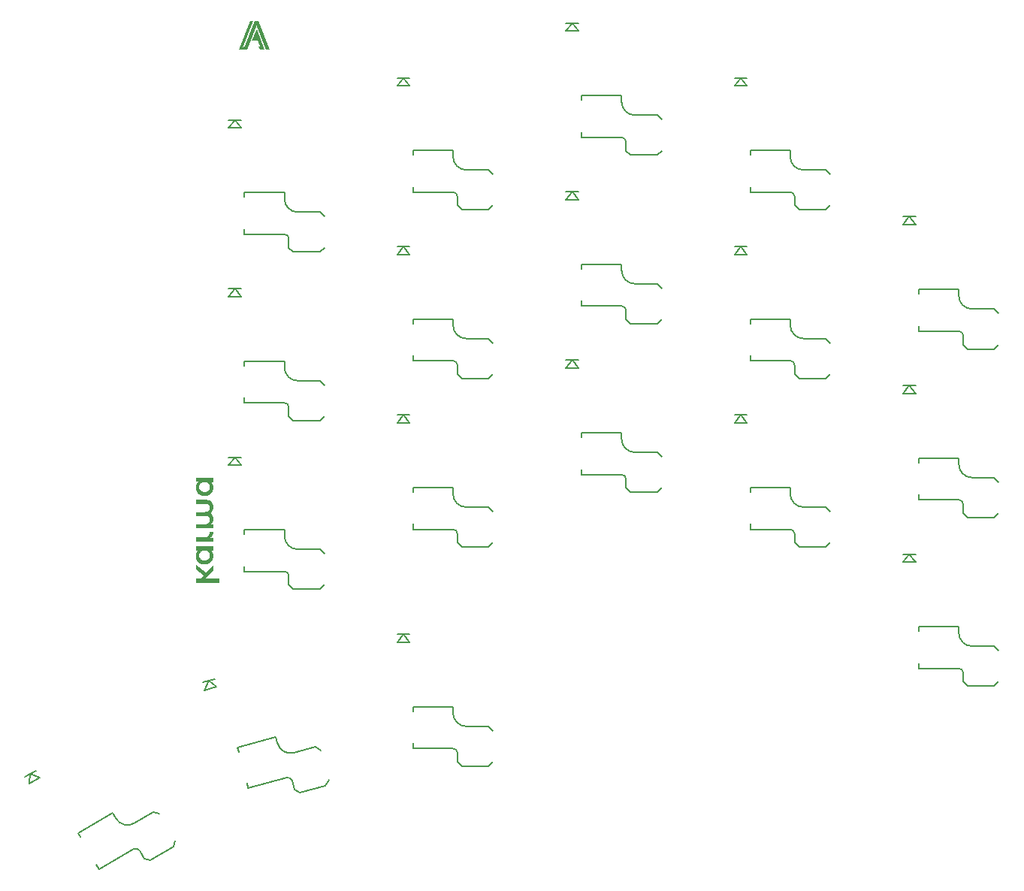
<source format=gbr>
%TF.GenerationSoftware,KiCad,Pcbnew,7.0.1*%
%TF.CreationDate,2024-02-26T07:23:15-05:00*%
%TF.ProjectId,pcb-right,7063622d-7269-4676-9874-2e6b69636164,0.3*%
%TF.SameCoordinates,Original*%
%TF.FileFunction,Legend,Bot*%
%TF.FilePolarity,Positive*%
%FSLAX46Y46*%
G04 Gerber Fmt 4.6, Leading zero omitted, Abs format (unit mm)*
G04 Created by KiCad (PCBNEW 7.0.1) date 2024-02-26 07:23:15*
%MOMM*%
%LPD*%
G01*
G04 APERTURE LIST*
G04 Aperture macros list*
%AMRotRect*
0 Rectangle, with rotation*
0 The origin of the aperture is its center*
0 $1 length*
0 $2 width*
0 $3 Rotation angle, in degrees counterclockwise*
0 Add horizontal line*
21,1,$1,$2,0,0,$3*%
G04 Aperture macros list end*
%ADD10C,0.000000*%
%ADD11C,0.150000*%
%ADD12C,1.701800*%
%ADD13C,3.000000*%
%ADD14C,3.429000*%
%ADD15R,2.600000X2.600000*%
%ADD16C,3.800000*%
%ADD17RotRect,2.600000X2.600000X195.000000*%
%ADD18C,1.800000*%
%ADD19C,2.100000*%
%ADD20O,1.800000X2.750000*%
%ADD21C,1.397000*%
%ADD22RotRect,2.600000X2.600000X210.000000*%
%ADD23R,1.500000X1.800000*%
%ADD24RotRect,1.800000X1.500000X300.000000*%
%ADD25RotRect,1.800000X1.500000X285.000000*%
G04 APERTURE END LIST*
D10*
G36*
X64187616Y-37521201D02*
G01*
X63829779Y-37521201D01*
X65097543Y-34269996D01*
X65455380Y-34269996D01*
X64187616Y-37521201D01*
G37*
G36*
X59908618Y-87806425D02*
G01*
X59872780Y-87804979D01*
X59837502Y-87802568D01*
X59802783Y-87799192D01*
X59768623Y-87794853D01*
X59735022Y-87789548D01*
X59701981Y-87783280D01*
X59669499Y-87776047D01*
X59637576Y-87767849D01*
X59606212Y-87758687D01*
X59575408Y-87748561D01*
X59545163Y-87737470D01*
X59515477Y-87725415D01*
X59486350Y-87712395D01*
X59457783Y-87698411D01*
X59429775Y-87683462D01*
X59402433Y-87667654D01*
X59375875Y-87651091D01*
X59350100Y-87633773D01*
X59325107Y-87615701D01*
X59300898Y-87596873D01*
X59277472Y-87577291D01*
X59254829Y-87556955D01*
X59232968Y-87535863D01*
X59211891Y-87514017D01*
X59191595Y-87491416D01*
X59172083Y-87468060D01*
X59153353Y-87443950D01*
X59135405Y-87419085D01*
X59118240Y-87393466D01*
X59101857Y-87367092D01*
X59086256Y-87339963D01*
X59071526Y-87312225D01*
X59057746Y-87284026D01*
X59044917Y-87255366D01*
X59033037Y-87226245D01*
X59022108Y-87196662D01*
X59012129Y-87166618D01*
X59003101Y-87136113D01*
X58995023Y-87105147D01*
X58987895Y-87073719D01*
X58981717Y-87041830D01*
X58976490Y-87009480D01*
X58972213Y-86976669D01*
X58968886Y-86943396D01*
X58966510Y-86909662D01*
X58965085Y-86875467D01*
X58964609Y-86840810D01*
X58964875Y-86816344D01*
X58965672Y-86792144D01*
X58965751Y-86790717D01*
X59347467Y-86790717D01*
X59348110Y-86821236D01*
X59350039Y-86851070D01*
X59353253Y-86880220D01*
X59357753Y-86908685D01*
X59363539Y-86936464D01*
X59370611Y-86963559D01*
X59378969Y-86989969D01*
X59388613Y-87015694D01*
X59399543Y-87040734D01*
X59411759Y-87065089D01*
X59425262Y-87088760D01*
X59440051Y-87111745D01*
X59456126Y-87134045D01*
X59473487Y-87155660D01*
X59492135Y-87176590D01*
X59512070Y-87196835D01*
X59533048Y-87216117D01*
X59554837Y-87234155D01*
X59577437Y-87250949D01*
X59600848Y-87266498D01*
X59625069Y-87280804D01*
X59650102Y-87293866D01*
X59675945Y-87305684D01*
X59702599Y-87316258D01*
X59730064Y-87325588D01*
X59758339Y-87333674D01*
X59787425Y-87340516D01*
X59817322Y-87346114D01*
X59848029Y-87350468D01*
X59879547Y-87353578D01*
X59911875Y-87355444D01*
X59945015Y-87356066D01*
X59978156Y-87355444D01*
X60010486Y-87353578D01*
X60042004Y-87350468D01*
X60072712Y-87346114D01*
X60102608Y-87340516D01*
X60131693Y-87333674D01*
X60159968Y-87325588D01*
X60187432Y-87316258D01*
X60214085Y-87305684D01*
X60239928Y-87293866D01*
X60264961Y-87280804D01*
X60289183Y-87266498D01*
X60312596Y-87250949D01*
X60335198Y-87234155D01*
X60356990Y-87216117D01*
X60377973Y-87196835D01*
X60397903Y-87176590D01*
X60416547Y-87155660D01*
X60433906Y-87134045D01*
X60449979Y-87111745D01*
X60464766Y-87088760D01*
X60478267Y-87065089D01*
X60490483Y-87040734D01*
X60501413Y-87015694D01*
X60511057Y-86989969D01*
X60519416Y-86963559D01*
X60526488Y-86936464D01*
X60532275Y-86908685D01*
X60536775Y-86880220D01*
X60539990Y-86851070D01*
X60541919Y-86821236D01*
X60542562Y-86790717D01*
X60541919Y-86760191D01*
X60539990Y-86730336D01*
X60536775Y-86701152D01*
X60532275Y-86672639D01*
X60526488Y-86644797D01*
X60519416Y-86617626D01*
X60511057Y-86591126D01*
X60501413Y-86565296D01*
X60490483Y-86540138D01*
X60478267Y-86515650D01*
X60464766Y-86491833D01*
X60449979Y-86468687D01*
X60433906Y-86446212D01*
X60416547Y-86424408D01*
X60397903Y-86403274D01*
X60377973Y-86382812D01*
X60356990Y-86363314D01*
X60335198Y-86345073D01*
X60312596Y-86328091D01*
X60289183Y-86312367D01*
X60264961Y-86297901D01*
X60239928Y-86284693D01*
X60214085Y-86272743D01*
X60187432Y-86262051D01*
X60159968Y-86252616D01*
X60131693Y-86244440D01*
X60102608Y-86237521D01*
X60072712Y-86231861D01*
X60042004Y-86227458D01*
X60010486Y-86224314D01*
X59978156Y-86222427D01*
X59945015Y-86221798D01*
X59911875Y-86222427D01*
X59879547Y-86224314D01*
X59848029Y-86227458D01*
X59817322Y-86231861D01*
X59787425Y-86237521D01*
X59758339Y-86244440D01*
X59730064Y-86252616D01*
X59702599Y-86262051D01*
X59675945Y-86272743D01*
X59650102Y-86284693D01*
X59625069Y-86297901D01*
X59600848Y-86312367D01*
X59577437Y-86328091D01*
X59554837Y-86345073D01*
X59533048Y-86363314D01*
X59512070Y-86382812D01*
X59492135Y-86403274D01*
X59473487Y-86424408D01*
X59456126Y-86446212D01*
X59440051Y-86468687D01*
X59425262Y-86491833D01*
X59411759Y-86515650D01*
X59399543Y-86540138D01*
X59388613Y-86565296D01*
X59378969Y-86591126D01*
X59370611Y-86617626D01*
X59363539Y-86644797D01*
X59357753Y-86672639D01*
X59353253Y-86701152D01*
X59350039Y-86730336D01*
X59348110Y-86760191D01*
X59347467Y-86790717D01*
X58965751Y-86790717D01*
X58966999Y-86768208D01*
X58968858Y-86744539D01*
X58971248Y-86721134D01*
X58974169Y-86697995D01*
X58977621Y-86675122D01*
X58981605Y-86652514D01*
X58986119Y-86630172D01*
X58991164Y-86608095D01*
X58996741Y-86586283D01*
X59002848Y-86564738D01*
X59009487Y-86543457D01*
X59016657Y-86522443D01*
X59024358Y-86501694D01*
X59032590Y-86481210D01*
X59041353Y-86461062D01*
X59050648Y-86441320D01*
X59060474Y-86421983D01*
X59070831Y-86403051D01*
X59081719Y-86384524D01*
X59093139Y-86366403D01*
X59105090Y-86348687D01*
X59117572Y-86331376D01*
X59130585Y-86314471D01*
X59144129Y-86297971D01*
X59158204Y-86281877D01*
X59172810Y-86266187D01*
X59187947Y-86250903D01*
X59203615Y-86236024D01*
X59219814Y-86221551D01*
X59236544Y-86207483D01*
X58989660Y-86207483D01*
X58989660Y-85781683D01*
X60900370Y-85781683D01*
X60900370Y-86228948D01*
X60667800Y-86228948D01*
X60683216Y-86243422D01*
X60698156Y-86258218D01*
X60712621Y-86273335D01*
X60726612Y-86288773D01*
X60740127Y-86304533D01*
X60753167Y-86320614D01*
X60765732Y-86337016D01*
X60777822Y-86353740D01*
X60789437Y-86370785D01*
X60800577Y-86388152D01*
X60811242Y-86405839D01*
X60821432Y-86423849D01*
X60831146Y-86442179D01*
X60840386Y-86460831D01*
X60849150Y-86479805D01*
X60857440Y-86499100D01*
X60865237Y-86518675D01*
X60872532Y-86538488D01*
X60879324Y-86558538D01*
X60885614Y-86578826D01*
X60891400Y-86599352D01*
X60896682Y-86620114D01*
X60901462Y-86641115D01*
X60905739Y-86662352D01*
X60909513Y-86683828D01*
X60912784Y-86705541D01*
X60915551Y-86727492D01*
X60917816Y-86749680D01*
X60919577Y-86772106D01*
X60920835Y-86794770D01*
X60921590Y-86817671D01*
X60921841Y-86840810D01*
X60921366Y-86875467D01*
X60919940Y-86909662D01*
X60917564Y-86943396D01*
X60914238Y-86976669D01*
X60909961Y-87009480D01*
X60904733Y-87041830D01*
X60898555Y-87073719D01*
X60891426Y-87105147D01*
X60883348Y-87136113D01*
X60874318Y-87166618D01*
X60864338Y-87196662D01*
X60853408Y-87226245D01*
X60841527Y-87255366D01*
X60828696Y-87284026D01*
X60814914Y-87312225D01*
X60800182Y-87339963D01*
X60784590Y-87367092D01*
X60768230Y-87393466D01*
X60751100Y-87419085D01*
X60733202Y-87443950D01*
X60714536Y-87468060D01*
X60695100Y-87491416D01*
X60674896Y-87514017D01*
X60653923Y-87535863D01*
X60632182Y-87556955D01*
X60609672Y-87577291D01*
X60586393Y-87596873D01*
X60562346Y-87615701D01*
X60537530Y-87633773D01*
X60511946Y-87651091D01*
X60485593Y-87667654D01*
X60458472Y-87683462D01*
X60430677Y-87698411D01*
X60402310Y-87712395D01*
X60373371Y-87725415D01*
X60343858Y-87737470D01*
X60313773Y-87748561D01*
X60283115Y-87758687D01*
X60251884Y-87767849D01*
X60220080Y-87776047D01*
X60187703Y-87783280D01*
X60154753Y-87789548D01*
X60121230Y-87794853D01*
X60087133Y-87799192D01*
X60052464Y-87802568D01*
X60017221Y-87804979D01*
X59981404Y-87806425D01*
X59945015Y-87806908D01*
X59908618Y-87806425D01*
G37*
G36*
X60920667Y-91874096D02*
G01*
X60917145Y-91931486D01*
X60911275Y-91986583D01*
X60903056Y-92039388D01*
X60892489Y-92089901D01*
X60886326Y-92114298D01*
X60879575Y-92138122D01*
X60872237Y-92161372D01*
X60864312Y-92184050D01*
X60855800Y-92206155D01*
X60846701Y-92227686D01*
X60837014Y-92248645D01*
X60826741Y-92269030D01*
X60815881Y-92288843D01*
X60804434Y-92308082D01*
X60792400Y-92326749D01*
X60779778Y-92344842D01*
X60766570Y-92362362D01*
X60752775Y-92379309D01*
X60738392Y-92395683D01*
X60723423Y-92411485D01*
X60707866Y-92426713D01*
X60691723Y-92441368D01*
X60674992Y-92455450D01*
X60657675Y-92468958D01*
X60639770Y-92481894D01*
X60621278Y-92494257D01*
X60900370Y-92494257D01*
X60900370Y-92920055D01*
X58989660Y-92920055D01*
X58989660Y-92472785D01*
X59916386Y-92472785D01*
X59951644Y-92472212D01*
X59985854Y-92470493D01*
X60019016Y-92467628D01*
X60051129Y-92463617D01*
X60082193Y-92458459D01*
X60112209Y-92452156D01*
X60141177Y-92444706D01*
X60169097Y-92436111D01*
X60195968Y-92426369D01*
X60221791Y-92415481D01*
X60246566Y-92403447D01*
X60270292Y-92390267D01*
X60292971Y-92375941D01*
X60314601Y-92360469D01*
X60335184Y-92343850D01*
X60354718Y-92326086D01*
X60373130Y-92307301D01*
X60390355Y-92287621D01*
X60406392Y-92267047D01*
X60421242Y-92245578D01*
X60434904Y-92223214D01*
X60447379Y-92199956D01*
X60458666Y-92175804D01*
X60468765Y-92150756D01*
X60477676Y-92124815D01*
X60485400Y-92097978D01*
X60491935Y-92070248D01*
X60497282Y-92041623D01*
X60501441Y-92012103D01*
X60504412Y-91981689D01*
X60506195Y-91950381D01*
X60506789Y-91918178D01*
X60506621Y-91906381D01*
X60506116Y-91894249D01*
X60505276Y-91881782D01*
X60504100Y-91868979D01*
X60502590Y-91855840D01*
X60500745Y-91842367D01*
X60498566Y-91828558D01*
X60496053Y-91814415D01*
X60921841Y-91814415D01*
X60920667Y-91874096D01*
G37*
G36*
X64502899Y-37163113D02*
G01*
X64363266Y-37521213D01*
X64185393Y-37521213D01*
X64325046Y-37163072D01*
X64502899Y-37163113D01*
G37*
G36*
X66725377Y-37521200D02*
G01*
X66369777Y-37521200D01*
X65971366Y-36505200D01*
X65292755Y-36505200D01*
X65814171Y-35184401D01*
X66725377Y-37521200D01*
G37*
G36*
X64721016Y-37521201D02*
G01*
X64363179Y-37521201D01*
X65630943Y-34269996D01*
X65988780Y-34269996D01*
X64721016Y-37521201D01*
G37*
G36*
X67258777Y-37521201D02*
G01*
X66900940Y-37521201D01*
X65633176Y-34269996D01*
X65991012Y-34269996D01*
X67258777Y-37521201D01*
G37*
G36*
X60098868Y-96458827D02*
G01*
X60900370Y-95660901D01*
X60900370Y-96197622D01*
X60041637Y-97124358D01*
X61644627Y-97124358D01*
X61644627Y-97571624D01*
X58989660Y-97571624D01*
X58989660Y-97124358D01*
X59494177Y-97124358D01*
X59809041Y-96791591D01*
X58989660Y-96129639D01*
X58989660Y-95585760D01*
X60098868Y-96458827D01*
G37*
G36*
X59908618Y-95531609D02*
G01*
X59872780Y-95530162D01*
X59837502Y-95527751D01*
X59802783Y-95524376D01*
X59768623Y-95520036D01*
X59735022Y-95514731D01*
X59701981Y-95508462D01*
X59669499Y-95501229D01*
X59637576Y-95493032D01*
X59606212Y-95483869D01*
X59575408Y-95473743D01*
X59545163Y-95462652D01*
X59515477Y-95450597D01*
X59486350Y-95437578D01*
X59457783Y-95423594D01*
X59429775Y-95408646D01*
X59402433Y-95392838D01*
X59375875Y-95376275D01*
X59350100Y-95358957D01*
X59325107Y-95340884D01*
X59300898Y-95322057D01*
X59277472Y-95302475D01*
X59254829Y-95282138D01*
X59232968Y-95261046D01*
X59211891Y-95239200D01*
X59191595Y-95216599D01*
X59172083Y-95193243D01*
X59153353Y-95169132D01*
X59135405Y-95144267D01*
X59118240Y-95118647D01*
X59101857Y-95092272D01*
X59086256Y-95065143D01*
X59071526Y-95037406D01*
X59057746Y-95009207D01*
X59044917Y-94980547D01*
X59033037Y-94951426D01*
X59022108Y-94921844D01*
X59012129Y-94891800D01*
X59003101Y-94861295D01*
X58995023Y-94830329D01*
X58987895Y-94798902D01*
X58981717Y-94767013D01*
X58976490Y-94734663D01*
X58972213Y-94701852D01*
X58968886Y-94668579D01*
X58966510Y-94634845D01*
X58965085Y-94600650D01*
X58964609Y-94565994D01*
X58964875Y-94541527D01*
X58965672Y-94517325D01*
X58965751Y-94515900D01*
X59347467Y-94515900D01*
X59348110Y-94546419D01*
X59350039Y-94576254D01*
X59353253Y-94605403D01*
X59357753Y-94633867D01*
X59363539Y-94661647D01*
X59370611Y-94688741D01*
X59378969Y-94715151D01*
X59388613Y-94740875D01*
X59399543Y-94765915D01*
X59411759Y-94790270D01*
X59425262Y-94813940D01*
X59440051Y-94836926D01*
X59456126Y-94859226D01*
X59473487Y-94880842D01*
X59492135Y-94901773D01*
X59512070Y-94922019D01*
X59533048Y-94941300D01*
X59554837Y-94959337D01*
X59577437Y-94976130D01*
X59600848Y-94991680D01*
X59625069Y-95005985D01*
X59650102Y-95019046D01*
X59675945Y-95030864D01*
X59702599Y-95041437D01*
X59730064Y-95050767D01*
X59758339Y-95058852D01*
X59787425Y-95065694D01*
X59817322Y-95071292D01*
X59848029Y-95075646D01*
X59879547Y-95078756D01*
X59911875Y-95080622D01*
X59945015Y-95081243D01*
X59978156Y-95080622D01*
X60010486Y-95078756D01*
X60042004Y-95075646D01*
X60072712Y-95071292D01*
X60102608Y-95065694D01*
X60131693Y-95058852D01*
X60159968Y-95050767D01*
X60187432Y-95041437D01*
X60214085Y-95030864D01*
X60239928Y-95019046D01*
X60264961Y-95005985D01*
X60289183Y-94991680D01*
X60312596Y-94976130D01*
X60335198Y-94959337D01*
X60356990Y-94941300D01*
X60377973Y-94922019D01*
X60397903Y-94901773D01*
X60416547Y-94880842D01*
X60433906Y-94859226D01*
X60449979Y-94836926D01*
X60464766Y-94813940D01*
X60478267Y-94790270D01*
X60490483Y-94765915D01*
X60501413Y-94740875D01*
X60511057Y-94715151D01*
X60519416Y-94688741D01*
X60526488Y-94661647D01*
X60532275Y-94633867D01*
X60536775Y-94605403D01*
X60539990Y-94576254D01*
X60541919Y-94546419D01*
X60542562Y-94515900D01*
X60541919Y-94485374D01*
X60539990Y-94455519D01*
X60536775Y-94426335D01*
X60532275Y-94397821D01*
X60526488Y-94369979D01*
X60519416Y-94342808D01*
X60511057Y-94316308D01*
X60501413Y-94290479D01*
X60490483Y-94265320D01*
X60478267Y-94240833D01*
X60464766Y-94217016D01*
X60449979Y-94193870D01*
X60433906Y-94171396D01*
X60416547Y-94149591D01*
X60397903Y-94128458D01*
X60377973Y-94107996D01*
X60356990Y-94088497D01*
X60335198Y-94070257D01*
X60312596Y-94053274D01*
X60289183Y-94037550D01*
X60264961Y-94023083D01*
X60239928Y-94009874D01*
X60214085Y-93997924D01*
X60187432Y-93987231D01*
X60159968Y-93977796D01*
X60131693Y-93969619D01*
X60102608Y-93962700D01*
X60072712Y-93957039D01*
X60042004Y-93952636D01*
X60010486Y-93949491D01*
X59978156Y-93947604D01*
X59945015Y-93946975D01*
X59911875Y-93947604D01*
X59879547Y-93949491D01*
X59848029Y-93952636D01*
X59817322Y-93957039D01*
X59787425Y-93962700D01*
X59758339Y-93969619D01*
X59730064Y-93977796D01*
X59702599Y-93987231D01*
X59675945Y-93997924D01*
X59650102Y-94009874D01*
X59625069Y-94023083D01*
X59600848Y-94037550D01*
X59577437Y-94053274D01*
X59554837Y-94070257D01*
X59533048Y-94088497D01*
X59512070Y-94107996D01*
X59492135Y-94128458D01*
X59473487Y-94149591D01*
X59456126Y-94171396D01*
X59440051Y-94193870D01*
X59425262Y-94217016D01*
X59411759Y-94240833D01*
X59399543Y-94265320D01*
X59388613Y-94290479D01*
X59378969Y-94316308D01*
X59370611Y-94342808D01*
X59363539Y-94369979D01*
X59357753Y-94397821D01*
X59353253Y-94426335D01*
X59350039Y-94455519D01*
X59348110Y-94485374D01*
X59347467Y-94515900D01*
X58965751Y-94515900D01*
X58966999Y-94493389D01*
X58968858Y-94469719D01*
X58971248Y-94446315D01*
X58974169Y-94423176D01*
X58977621Y-94400303D01*
X58981605Y-94377695D01*
X58986119Y-94355353D01*
X58991164Y-94333277D01*
X58996741Y-94311466D01*
X59002848Y-94289920D01*
X59009487Y-94268640D01*
X59016657Y-94247626D01*
X59024358Y-94226877D01*
X59032590Y-94206394D01*
X59041353Y-94186246D01*
X59050648Y-94166503D01*
X59060474Y-94147166D01*
X59070831Y-94128234D01*
X59081719Y-94109708D01*
X59093139Y-94091586D01*
X59105090Y-94073871D01*
X59117572Y-94056560D01*
X59130585Y-94039655D01*
X59144129Y-94023155D01*
X59158204Y-94007060D01*
X59172810Y-93991371D01*
X59187947Y-93976087D01*
X59203615Y-93961208D01*
X59219814Y-93946735D01*
X59236544Y-93932667D01*
X58989660Y-93932667D01*
X58989660Y-93506866D01*
X60900370Y-93506866D01*
X60900370Y-93954132D01*
X60667800Y-93954132D01*
X60683216Y-93968605D01*
X60698156Y-93983400D01*
X60712621Y-93998516D01*
X60726612Y-94013954D01*
X60740127Y-94029713D01*
X60753167Y-94045794D01*
X60765732Y-94062196D01*
X60777822Y-94078920D01*
X60789437Y-94095965D01*
X60800577Y-94113332D01*
X60811242Y-94131021D01*
X60821432Y-94149030D01*
X60831146Y-94167361D01*
X60840386Y-94186014D01*
X60849150Y-94204988D01*
X60857440Y-94224284D01*
X60865237Y-94243858D01*
X60872532Y-94263670D01*
X60879324Y-94283720D01*
X60885614Y-94304007D01*
X60891400Y-94324533D01*
X60896682Y-94345295D01*
X60901462Y-94366296D01*
X60905739Y-94387534D01*
X60909513Y-94409010D01*
X60912784Y-94430723D01*
X60915551Y-94452674D01*
X60917816Y-94474863D01*
X60919577Y-94497289D01*
X60920835Y-94519953D01*
X60921590Y-94542855D01*
X60921841Y-94565994D01*
X60921366Y-94600650D01*
X60919940Y-94634845D01*
X60917564Y-94668579D01*
X60914238Y-94701852D01*
X60909961Y-94734663D01*
X60904733Y-94767013D01*
X60898555Y-94798902D01*
X60891426Y-94830329D01*
X60883348Y-94861295D01*
X60874318Y-94891800D01*
X60864338Y-94921844D01*
X60853408Y-94951426D01*
X60841527Y-94980547D01*
X60828696Y-95009207D01*
X60814914Y-95037406D01*
X60800182Y-95065143D01*
X60784590Y-95092272D01*
X60768230Y-95118647D01*
X60751100Y-95144267D01*
X60733202Y-95169132D01*
X60714536Y-95193243D01*
X60695100Y-95216599D01*
X60674896Y-95239200D01*
X60653923Y-95261046D01*
X60632182Y-95282138D01*
X60609672Y-95302475D01*
X60586393Y-95322057D01*
X60562346Y-95340884D01*
X60537530Y-95358957D01*
X60511946Y-95376275D01*
X60485593Y-95392838D01*
X60458472Y-95408646D01*
X60430677Y-95423594D01*
X60402310Y-95437578D01*
X60373371Y-95450597D01*
X60343858Y-95462652D01*
X60313773Y-95473743D01*
X60283115Y-95483869D01*
X60251884Y-95493032D01*
X60220080Y-95501229D01*
X60187703Y-95508462D01*
X60154753Y-95514731D01*
X60121230Y-95520036D01*
X60087133Y-95524376D01*
X60052464Y-95527751D01*
X60017221Y-95530162D01*
X59981404Y-95531609D01*
X59945015Y-95532091D01*
X59908618Y-95531609D01*
G37*
G36*
X60136077Y-88240684D02*
G01*
X60185952Y-88243158D01*
X60234192Y-88247281D01*
X60280797Y-88253054D01*
X60325768Y-88260476D01*
X60369103Y-88269547D01*
X60410803Y-88280268D01*
X60450869Y-88292638D01*
X60489299Y-88306657D01*
X60526094Y-88322326D01*
X60561254Y-88339643D01*
X60594779Y-88358610D01*
X60626669Y-88379227D01*
X60656923Y-88401492D01*
X60685542Y-88425407D01*
X60712526Y-88450970D01*
X60737872Y-88477946D01*
X60761583Y-88506096D01*
X60783659Y-88535420D01*
X60804100Y-88565918D01*
X60822905Y-88597590D01*
X60840076Y-88630437D01*
X60855611Y-88664457D01*
X60869511Y-88699651D01*
X60881776Y-88736020D01*
X60892405Y-88773562D01*
X60901399Y-88812278D01*
X60908758Y-88852169D01*
X60914482Y-88893233D01*
X60918571Y-88935472D01*
X60921024Y-88978884D01*
X60921841Y-89023471D01*
X60921513Y-89051495D01*
X60920528Y-89079212D01*
X60918886Y-89106621D01*
X60916587Y-89133723D01*
X60913631Y-89160517D01*
X60910019Y-89187004D01*
X60905750Y-89213183D01*
X60900824Y-89239055D01*
X60895240Y-89264619D01*
X60889000Y-89289876D01*
X60882103Y-89314825D01*
X60874549Y-89339467D01*
X60866339Y-89363801D01*
X60857471Y-89387827D01*
X60847946Y-89411546D01*
X60837764Y-89434957D01*
X60826994Y-89457950D01*
X60815708Y-89480411D01*
X60803904Y-89502341D01*
X60791582Y-89523740D01*
X60778744Y-89544608D01*
X60765388Y-89564944D01*
X60751514Y-89584750D01*
X60737124Y-89604024D01*
X60722216Y-89622767D01*
X60706792Y-89640979D01*
X60690850Y-89658660D01*
X60674391Y-89675809D01*
X60657415Y-89692428D01*
X60639922Y-89708515D01*
X60621912Y-89724071D01*
X60603385Y-89739096D01*
X60622764Y-89751445D01*
X60641542Y-89764339D01*
X60659719Y-89777779D01*
X60677295Y-89791763D01*
X60694270Y-89806292D01*
X60710645Y-89821367D01*
X60726418Y-89836986D01*
X60741591Y-89853151D01*
X60756162Y-89869861D01*
X60770132Y-89887115D01*
X60783502Y-89904915D01*
X60796270Y-89923260D01*
X60808436Y-89942150D01*
X60820002Y-89961585D01*
X60830966Y-89981565D01*
X60841329Y-90002090D01*
X60851082Y-90023076D01*
X60860204Y-90044440D01*
X60868697Y-90066181D01*
X60876561Y-90088300D01*
X60883794Y-90110796D01*
X60890399Y-90133670D01*
X60896374Y-90156921D01*
X60901720Y-90180549D01*
X60906436Y-90204555D01*
X60910524Y-90228938D01*
X60913982Y-90253699D01*
X60916812Y-90278837D01*
X60919012Y-90304352D01*
X60920584Y-90330245D01*
X60921527Y-90356515D01*
X60921841Y-90383162D01*
X60921576Y-90407621D01*
X60920779Y-90431802D01*
X60919451Y-90455702D01*
X60917593Y-90479323D01*
X60915203Y-90502664D01*
X60912282Y-90525726D01*
X60908829Y-90548509D01*
X60904846Y-90571011D01*
X60900332Y-90593235D01*
X60895286Y-90615179D01*
X60889710Y-90636843D01*
X60883602Y-90658228D01*
X60876964Y-90679333D01*
X60869794Y-90700159D01*
X60862093Y-90720705D01*
X60853861Y-90740972D01*
X60845124Y-90760890D01*
X60835911Y-90780388D01*
X60826224Y-90799467D01*
X60816062Y-90818126D01*
X60805426Y-90836366D01*
X60794314Y-90854187D01*
X60782727Y-90871588D01*
X60770665Y-90888571D01*
X60758128Y-90905134D01*
X60745116Y-90921277D01*
X60731629Y-90937002D01*
X60717667Y-90952307D01*
X60703229Y-90967193D01*
X60688316Y-90981659D01*
X60672928Y-90995706D01*
X60657064Y-91009335D01*
X60900370Y-91009335D01*
X60900370Y-91435129D01*
X58989660Y-91435129D01*
X58989660Y-90987863D01*
X59959329Y-90987863D01*
X59993698Y-90987339D01*
X60027033Y-90985767D01*
X60059334Y-90983146D01*
X60090600Y-90979477D01*
X60120832Y-90974760D01*
X60150030Y-90968995D01*
X60178194Y-90962182D01*
X60205323Y-90954320D01*
X60231419Y-90945410D01*
X60256480Y-90935451D01*
X60280507Y-90924444D01*
X60303499Y-90912389D01*
X60325458Y-90899286D01*
X60346383Y-90885134D01*
X60366273Y-90869934D01*
X60385130Y-90853685D01*
X60402894Y-90836542D01*
X60419512Y-90818658D01*
X60434984Y-90800033D01*
X60449310Y-90780668D01*
X60462489Y-90760561D01*
X60474523Y-90739714D01*
X60485411Y-90718127D01*
X60495152Y-90695798D01*
X60503748Y-90672729D01*
X60511197Y-90648919D01*
X60517501Y-90624368D01*
X60522658Y-90599076D01*
X60526669Y-90573044D01*
X60529534Y-90546271D01*
X60531253Y-90518757D01*
X60531826Y-90490503D01*
X60531330Y-90464939D01*
X60529841Y-90440130D01*
X60527360Y-90416075D01*
X60523886Y-90392775D01*
X60519420Y-90370230D01*
X60513961Y-90348440D01*
X60507510Y-90327405D01*
X60500066Y-90307124D01*
X60491630Y-90287598D01*
X60482202Y-90268827D01*
X60471781Y-90250811D01*
X60460368Y-90233550D01*
X60447963Y-90217043D01*
X60434565Y-90201292D01*
X60420175Y-90186295D01*
X60404793Y-90172054D01*
X60388434Y-90158621D01*
X60371111Y-90146056D01*
X60352824Y-90134357D01*
X60333572Y-90123524D01*
X60313355Y-90113558D01*
X60292173Y-90104459D01*
X60270027Y-90096226D01*
X60246916Y-90088859D01*
X60222841Y-90082360D01*
X60197802Y-90076726D01*
X60171797Y-90071960D01*
X60144829Y-90068060D01*
X60116896Y-90065027D01*
X60087998Y-90062860D01*
X60058136Y-90061560D01*
X60027309Y-90061127D01*
X58989660Y-90061127D01*
X58989660Y-89613861D01*
X59959329Y-89613861D01*
X59993271Y-89613330D01*
X60026221Y-89611737D01*
X60058179Y-89609081D01*
X60089144Y-89605363D01*
X60119118Y-89600583D01*
X60148099Y-89594741D01*
X60176088Y-89587837D01*
X60203085Y-89579870D01*
X60229090Y-89570841D01*
X60254103Y-89560750D01*
X60278124Y-89549596D01*
X60301152Y-89537380D01*
X60323189Y-89524102D01*
X60344234Y-89509762D01*
X60364286Y-89494359D01*
X60383347Y-89477894D01*
X60401327Y-89460549D01*
X60418147Y-89442505D01*
X60433807Y-89423761D01*
X60448307Y-89404319D01*
X60461647Y-89384178D01*
X60473827Y-89363339D01*
X60484847Y-89341800D01*
X60494707Y-89319562D01*
X60503406Y-89296625D01*
X60510946Y-89272990D01*
X60517326Y-89248656D01*
X60522546Y-89223622D01*
X60526606Y-89197890D01*
X60529506Y-89171460D01*
X60531246Y-89144330D01*
X60531826Y-89116502D01*
X60531330Y-89090938D01*
X60529841Y-89066128D01*
X60527360Y-89042074D01*
X60523886Y-89018774D01*
X60519420Y-88996229D01*
X60513961Y-88974439D01*
X60507510Y-88953404D01*
X60500066Y-88933123D01*
X60491630Y-88913598D01*
X60482202Y-88894827D01*
X60471781Y-88876811D01*
X60460368Y-88859549D01*
X60447963Y-88843043D01*
X60434565Y-88827291D01*
X60420175Y-88812294D01*
X60404793Y-88798051D01*
X60388434Y-88784619D01*
X60371111Y-88772054D01*
X60352824Y-88760355D01*
X60333572Y-88749522D01*
X60313355Y-88739556D01*
X60292173Y-88730457D01*
X60270027Y-88722224D01*
X60246916Y-88714858D01*
X60222841Y-88708358D01*
X60197802Y-88702725D01*
X60171797Y-88697958D01*
X60144829Y-88694059D01*
X60116896Y-88691025D01*
X60087998Y-88688859D01*
X60058136Y-88687559D01*
X60027309Y-88687125D01*
X58989660Y-88687125D01*
X58989660Y-88239859D01*
X60084567Y-88239859D01*
X60136077Y-88240684D01*
G37*
G36*
X66369778Y-37521213D02*
G01*
X66191904Y-37521213D01*
X66052272Y-37163113D01*
X66230125Y-37163072D01*
X66369778Y-37521213D01*
G37*
D11*
%TO.C,SWR2*%
X83445625Y-48865000D02*
X83445625Y-49365000D01*
X83445625Y-52965000D02*
X83445625Y-53565000D01*
X83445625Y-53565000D02*
X87945625Y-53565000D01*
X87945625Y-48865000D02*
X83445625Y-48865000D01*
X87945625Y-49565000D02*
X87945625Y-48865000D01*
X88445625Y-54065000D02*
X88445625Y-55065000D01*
X88945625Y-55565000D02*
X88445625Y-55065000D01*
X91945625Y-51065000D02*
X89445625Y-51065000D01*
X91945625Y-55565000D02*
X88945625Y-55565000D01*
X92445625Y-51565000D02*
X91945625Y-51065000D01*
X92445625Y-55065000D02*
X91945625Y-55565000D01*
X88445625Y-54065000D02*
G75*
G03*
X87945625Y-53565000I-500001J-1D01*
G01*
X87945625Y-49565000D02*
G75*
G03*
X89445625Y-51065000I1500001J1D01*
G01*
%TO.C,SWR10*%
X140445625Y-83540000D02*
X140445625Y-84040000D01*
X140445625Y-87640000D02*
X140445625Y-88240000D01*
X140445625Y-88240000D02*
X144945625Y-88240000D01*
X144945625Y-83540000D02*
X140445625Y-83540000D01*
X144945625Y-84240000D02*
X144945625Y-83540000D01*
X145445625Y-88740000D02*
X145445625Y-89740000D01*
X145945625Y-90240000D02*
X145445625Y-89740000D01*
X148945625Y-85740000D02*
X146445625Y-85740000D01*
X148945625Y-90240000D02*
X145945625Y-90240000D01*
X149445625Y-86240000D02*
X148945625Y-85740000D01*
X149445625Y-89740000D02*
X148945625Y-90240000D01*
X145445625Y-88740000D02*
G75*
G03*
X144945625Y-88240000I-500001J-1D01*
G01*
X144945625Y-84240000D02*
G75*
G03*
X146445625Y-85740000I1500001J1D01*
G01*
%TO.C,SWR7*%
X83445625Y-67865000D02*
X83445625Y-68365000D01*
X83445625Y-71965000D02*
X83445625Y-72565000D01*
X83445625Y-72565000D02*
X87945625Y-72565000D01*
X87945625Y-67865000D02*
X83445625Y-67865000D01*
X87945625Y-68565000D02*
X87945625Y-67865000D01*
X88445625Y-73065000D02*
X88445625Y-74065000D01*
X88945625Y-74565000D02*
X88445625Y-74065000D01*
X91945625Y-70065000D02*
X89445625Y-70065000D01*
X91945625Y-74565000D02*
X88945625Y-74565000D01*
X92445625Y-70565000D02*
X91945625Y-70065000D01*
X92445625Y-74065000D02*
X91945625Y-74565000D01*
X88445625Y-73065000D02*
G75*
G03*
X87945625Y-72565000I-500001J-1D01*
G01*
X87945625Y-68565000D02*
G75*
G03*
X89445625Y-70065000I1500001J1D01*
G01*
%TO.C,SWR18*%
X83445625Y-111565000D02*
X83445625Y-112065000D01*
X83445625Y-115665000D02*
X83445625Y-116265000D01*
X83445625Y-116265000D02*
X87945625Y-116265000D01*
X87945625Y-111565000D02*
X83445625Y-111565000D01*
X87945625Y-112265000D02*
X87945625Y-111565000D01*
X88445625Y-116765000D02*
X88445625Y-117765000D01*
X88945625Y-118265000D02*
X88445625Y-117765000D01*
X91945625Y-113765000D02*
X89445625Y-113765000D01*
X91945625Y-118265000D02*
X88945625Y-118265000D01*
X92445625Y-114265000D02*
X91945625Y-113765000D01*
X92445625Y-117765000D02*
X91945625Y-118265000D01*
X88445625Y-116765000D02*
G75*
G03*
X87945625Y-116265000I-500001J-1D01*
G01*
X87945625Y-112265000D02*
G75*
G03*
X89445625Y-113765000I1500001J1D01*
G01*
%TO.C,SWR4*%
X121445625Y-48865000D02*
X121445625Y-49365000D01*
X121445625Y-52965000D02*
X121445625Y-53565000D01*
X121445625Y-53565000D02*
X125945625Y-53565000D01*
X125945625Y-48865000D02*
X121445625Y-48865000D01*
X125945625Y-49565000D02*
X125945625Y-48865000D01*
X126445625Y-54065000D02*
X126445625Y-55065000D01*
X126945625Y-55565000D02*
X126445625Y-55065000D01*
X129945625Y-51065000D02*
X127445625Y-51065000D01*
X129945625Y-55565000D02*
X126945625Y-55565000D01*
X130445625Y-51565000D02*
X129945625Y-51065000D01*
X130445625Y-55065000D02*
X129945625Y-55565000D01*
X126445625Y-54065000D02*
G75*
G03*
X125945625Y-53565000I-500001J-1D01*
G01*
X125945625Y-49565000D02*
G75*
G03*
X127445625Y-51065000I1500001J1D01*
G01*
%TO.C,SWR6*%
X64445625Y-72615000D02*
X64445625Y-73115000D01*
X64445625Y-76715000D02*
X64445625Y-77315000D01*
X64445625Y-77315000D02*
X68945625Y-77315000D01*
X68945625Y-72615000D02*
X64445625Y-72615000D01*
X68945625Y-73315000D02*
X68945625Y-72615000D01*
X69445625Y-77815000D02*
X69445625Y-78815000D01*
X69945625Y-79315000D02*
X69445625Y-78815000D01*
X72945625Y-74815000D02*
X70445625Y-74815000D01*
X72945625Y-79315000D02*
X69945625Y-79315000D01*
X73445625Y-75315000D02*
X72945625Y-74815000D01*
X73445625Y-78815000D02*
X72945625Y-79315000D01*
X69445625Y-77815000D02*
G75*
G03*
X68945625Y-77315000I-500001J-1D01*
G01*
X68945625Y-73315000D02*
G75*
G03*
X70445625Y-74815000I1500001J1D01*
G01*
%TO.C,SWR13*%
X102445625Y-80690000D02*
X102445625Y-81190000D01*
X102445625Y-84790000D02*
X102445625Y-85390000D01*
X102445625Y-85390000D02*
X106945625Y-85390000D01*
X106945625Y-80690000D02*
X102445625Y-80690000D01*
X106945625Y-81390000D02*
X106945625Y-80690000D01*
X107445625Y-85890000D02*
X107445625Y-86890000D01*
X107945625Y-87390000D02*
X107445625Y-86890000D01*
X110945625Y-82890000D02*
X108445625Y-82890000D01*
X110945625Y-87390000D02*
X107945625Y-87390000D01*
X111445625Y-83390000D02*
X110945625Y-82890000D01*
X111445625Y-86890000D02*
X110945625Y-87390000D01*
X107445625Y-85890000D02*
G75*
G03*
X106945625Y-85390000I-500001J-1D01*
G01*
X106945625Y-81390000D02*
G75*
G03*
X108445625Y-82890000I1500001J1D01*
G01*
%TO.C,SWR9*%
X121445625Y-67865000D02*
X121445625Y-68365000D01*
X121445625Y-71965000D02*
X121445625Y-72565000D01*
X121445625Y-72565000D02*
X125945625Y-72565000D01*
X125945625Y-67865000D02*
X121445625Y-67865000D01*
X125945625Y-68565000D02*
X125945625Y-67865000D01*
X126445625Y-73065000D02*
X126445625Y-74065000D01*
X126945625Y-74565000D02*
X126445625Y-74065000D01*
X129945625Y-70065000D02*
X127445625Y-70065000D01*
X129945625Y-74565000D02*
X126945625Y-74565000D01*
X130445625Y-70565000D02*
X129945625Y-70065000D01*
X130445625Y-74065000D02*
X129945625Y-74565000D01*
X126445625Y-73065000D02*
G75*
G03*
X125945625Y-72565000I-500001J-1D01*
G01*
X125945625Y-68565000D02*
G75*
G03*
X127445625Y-70065000I1500001J1D01*
G01*
%TO.C,SWR17*%
X63647373Y-116175622D02*
X63776782Y-116658585D01*
X64708531Y-120135918D02*
X64863822Y-120715473D01*
X64863822Y-120715473D02*
X69210489Y-119550788D01*
X67994039Y-115010936D02*
X63647373Y-116175622D01*
X68175212Y-115687084D02*
X67994039Y-115010936D01*
X69822861Y-119904341D02*
X70081680Y-120870267D01*
X70694052Y-121223820D02*
X70081680Y-120870267D01*
X72427144Y-116100697D02*
X70012330Y-116747745D01*
X73591830Y-120447363D02*
X70694052Y-121223820D01*
X73039517Y-116454250D02*
X72427144Y-116100697D01*
X73945383Y-119834991D02*
X73591830Y-120447363D01*
X69822860Y-119904341D02*
G75*
G03*
X69210489Y-119550789I-482963J-129411D01*
G01*
X68175212Y-115687084D02*
G75*
G03*
X70012330Y-116747745I1448890J388229D01*
G01*
%TO.C,SWR12*%
X83445625Y-86865000D02*
X83445625Y-87365000D01*
X83445625Y-90965000D02*
X83445625Y-91565000D01*
X83445625Y-91565000D02*
X87945625Y-91565000D01*
X87945625Y-86865000D02*
X83445625Y-86865000D01*
X87945625Y-87565000D02*
X87945625Y-86865000D01*
X88445625Y-92065000D02*
X88445625Y-93065000D01*
X88945625Y-93565000D02*
X88445625Y-93065000D01*
X91945625Y-89065000D02*
X89445625Y-89065000D01*
X91945625Y-93565000D02*
X88945625Y-93565000D01*
X92445625Y-89565000D02*
X91945625Y-89065000D01*
X92445625Y-93065000D02*
X91945625Y-93565000D01*
X88445625Y-92065000D02*
G75*
G03*
X87945625Y-91565000I-500001J-1D01*
G01*
X87945625Y-87565000D02*
G75*
G03*
X89445625Y-89065000I1500001J1D01*
G01*
%TO.C,SWR8*%
X102445625Y-61690000D02*
X102445625Y-62190000D01*
X102445625Y-65790000D02*
X102445625Y-66390000D01*
X102445625Y-66390000D02*
X106945625Y-66390000D01*
X106945625Y-61690000D02*
X102445625Y-61690000D01*
X106945625Y-62390000D02*
X106945625Y-61690000D01*
X107445625Y-66890000D02*
X107445625Y-67890000D01*
X107945625Y-68390000D02*
X107445625Y-67890000D01*
X110945625Y-63890000D02*
X108445625Y-63890000D01*
X110945625Y-68390000D02*
X107945625Y-68390000D01*
X111445625Y-64390000D02*
X110945625Y-63890000D01*
X111445625Y-67890000D02*
X110945625Y-68390000D01*
X107445625Y-66890000D02*
G75*
G03*
X106945625Y-66390000I-500001J-1D01*
G01*
X106945625Y-62390000D02*
G75*
G03*
X108445625Y-63890000I1500001J1D01*
G01*
%TO.C,SWR5*%
X140445625Y-64540000D02*
X140445625Y-65040000D01*
X140445625Y-68640000D02*
X140445625Y-69240000D01*
X140445625Y-69240000D02*
X144945625Y-69240000D01*
X144945625Y-64540000D02*
X140445625Y-64540000D01*
X144945625Y-65240000D02*
X144945625Y-64540000D01*
X145445625Y-69740000D02*
X145445625Y-70740000D01*
X145945625Y-71240000D02*
X145445625Y-70740000D01*
X148945625Y-66740000D02*
X146445625Y-66740000D01*
X148945625Y-71240000D02*
X145945625Y-71240000D01*
X149445625Y-67240000D02*
X148945625Y-66740000D01*
X149445625Y-70740000D02*
X148945625Y-71240000D01*
X145445625Y-69740000D02*
G75*
G03*
X144945625Y-69240000I-500001J-1D01*
G01*
X144945625Y-65240000D02*
G75*
G03*
X146445625Y-66740000I1500001J1D01*
G01*
%TO.C,SWR11*%
X64445625Y-91615000D02*
X64445625Y-92115000D01*
X64445625Y-95715000D02*
X64445625Y-96315000D01*
X64445625Y-96315000D02*
X68945625Y-96315000D01*
X68945625Y-91615000D02*
X64445625Y-91615000D01*
X68945625Y-92315000D02*
X68945625Y-91615000D01*
X69445625Y-96815000D02*
X69445625Y-97815000D01*
X69945625Y-98315000D02*
X69445625Y-97815000D01*
X72945625Y-93815000D02*
X70445625Y-93815000D01*
X72945625Y-98315000D02*
X69945625Y-98315000D01*
X73445625Y-94315000D02*
X72945625Y-93815000D01*
X73445625Y-97815000D02*
X72945625Y-98315000D01*
X69445625Y-96815000D02*
G75*
G03*
X68945625Y-96315000I-500001J-1D01*
G01*
X68945625Y-92315000D02*
G75*
G03*
X70445625Y-93815000I1500001J1D01*
G01*
%TO.C,SWR14*%
X121445625Y-86865000D02*
X121445625Y-87365000D01*
X121445625Y-90965000D02*
X121445625Y-91565000D01*
X121445625Y-91565000D02*
X125945625Y-91565000D01*
X125945625Y-86865000D02*
X121445625Y-86865000D01*
X125945625Y-87565000D02*
X125945625Y-86865000D01*
X126445625Y-92065000D02*
X126445625Y-93065000D01*
X126945625Y-93565000D02*
X126445625Y-93065000D01*
X129945625Y-89065000D02*
X127445625Y-89065000D01*
X129945625Y-93565000D02*
X126945625Y-93565000D01*
X130445625Y-89565000D02*
X129945625Y-89065000D01*
X130445625Y-93065000D02*
X129945625Y-93565000D01*
X126445625Y-92065000D02*
G75*
G03*
X125945625Y-91565000I-500001J-1D01*
G01*
X125945625Y-87565000D02*
G75*
G03*
X127445625Y-89065000I1500001J1D01*
G01*
%TO.C,SWR15*%
X140445625Y-102540000D02*
X140445625Y-103040000D01*
X140445625Y-106640000D02*
X140445625Y-107240000D01*
X140445625Y-107240000D02*
X144945625Y-107240000D01*
X144945625Y-102540000D02*
X140445625Y-102540000D01*
X144945625Y-103240000D02*
X144945625Y-102540000D01*
X145445625Y-107740000D02*
X145445625Y-108740000D01*
X145945625Y-109240000D02*
X145445625Y-108740000D01*
X148945625Y-104740000D02*
X146445625Y-104740000D01*
X148945625Y-109240000D02*
X145945625Y-109240000D01*
X149445625Y-105240000D02*
X148945625Y-104740000D01*
X149445625Y-108740000D02*
X148945625Y-109240000D01*
X145445625Y-107740000D02*
G75*
G03*
X144945625Y-107240000I-500001J-1D01*
G01*
X144945625Y-103240000D02*
G75*
G03*
X146445625Y-104740000I1500001J1D01*
G01*
%TO.C,SWR16*%
X45708447Y-125789038D02*
X45958447Y-126222051D01*
X47758447Y-129339742D02*
X48058447Y-129859358D01*
X48058447Y-129859358D02*
X51955561Y-127609358D01*
X49605561Y-123539038D02*
X45708447Y-125789038D01*
X49955561Y-124145256D02*
X49605561Y-123539038D01*
X52638574Y-127792370D02*
X53138574Y-128658396D01*
X53821587Y-128841408D02*
X53138574Y-128658396D01*
X54169663Y-123444294D02*
X52004600Y-124694294D01*
X56419663Y-127341408D02*
X53821587Y-128841408D01*
X54852676Y-123627307D02*
X54169663Y-123444294D01*
X56602676Y-126658396D02*
X56419663Y-127341408D01*
X52638574Y-127792370D02*
G75*
G03*
X51955561Y-127609358I-433013J-250002D01*
G01*
X49955561Y-124145256D02*
G75*
G03*
X52004600Y-124694294I1299039J750003D01*
G01*
%TO.C,SWR3*%
X102445625Y-42690000D02*
X102445625Y-43190000D01*
X102445625Y-46790000D02*
X102445625Y-47390000D01*
X102445625Y-47390000D02*
X106945625Y-47390000D01*
X106945625Y-42690000D02*
X102445625Y-42690000D01*
X106945625Y-43390000D02*
X106945625Y-42690000D01*
X107445625Y-47890000D02*
X107445625Y-48890000D01*
X107945625Y-49390000D02*
X107445625Y-48890000D01*
X110945625Y-44890000D02*
X108445625Y-44890000D01*
X110945625Y-49390000D02*
X107945625Y-49390000D01*
X111445625Y-45390000D02*
X110945625Y-44890000D01*
X111445625Y-48890000D02*
X110945625Y-49390000D01*
X107445625Y-47890000D02*
G75*
G03*
X106945625Y-47390000I-500001J-1D01*
G01*
X106945625Y-43390000D02*
G75*
G03*
X108445625Y-44890000I1500001J1D01*
G01*
%TO.C,SWR1*%
X64445625Y-53615000D02*
X64445625Y-54115000D01*
X64445625Y-57715000D02*
X64445625Y-58315000D01*
X64445625Y-58315000D02*
X68945625Y-58315000D01*
X68945625Y-53615000D02*
X64445625Y-53615000D01*
X68945625Y-54315000D02*
X68945625Y-53615000D01*
X69445625Y-58815000D02*
X69445625Y-59815000D01*
X69945625Y-60315000D02*
X69445625Y-59815000D01*
X72945625Y-55815000D02*
X70445625Y-55815000D01*
X72945625Y-60315000D02*
X69945625Y-60315000D01*
X73445625Y-56315000D02*
X72945625Y-55815000D01*
X73445625Y-59815000D02*
X72945625Y-60315000D01*
X69445625Y-58815000D02*
G75*
G03*
X68945625Y-58315000I-500001J-1D01*
G01*
X68945625Y-54315000D02*
G75*
G03*
X70445625Y-55815000I1500001J1D01*
G01*
%TO.C,DR10*%
X139370625Y-75365000D02*
X138670625Y-76265000D01*
X138670625Y-75365000D02*
X140070625Y-75365000D01*
X140070625Y-76265000D02*
X139370625Y-75365000D01*
X138670625Y-76265000D02*
X140070625Y-76265000D01*
%TO.C,DR8*%
X101370625Y-53515000D02*
X100670625Y-54415000D01*
X100670625Y-53515000D02*
X102070625Y-53515000D01*
X102070625Y-54415000D02*
X101370625Y-53515000D01*
X100670625Y-54415000D02*
X102070625Y-54415000D01*
%TO.C,DR3*%
X101370625Y-34515000D02*
X100670625Y-35415000D01*
X100670625Y-34515000D02*
X102070625Y-34515000D01*
X102070625Y-35415000D02*
X101370625Y-34515000D01*
X100670625Y-35415000D02*
X102070625Y-35415000D01*
%TO.C,DR9*%
X120370625Y-59690000D02*
X119670625Y-60590000D01*
X119670625Y-59690000D02*
X121070625Y-59690000D01*
X121070625Y-60590000D02*
X120370625Y-59690000D01*
X119670625Y-60590000D02*
X121070625Y-60590000D01*
%TO.C,DR4*%
X120370625Y-40690000D02*
X119670625Y-41590000D01*
X119670625Y-40690000D02*
X121070625Y-40690000D01*
X121070625Y-41590000D02*
X120370625Y-40690000D01*
X119670625Y-41590000D02*
X121070625Y-41590000D01*
%TO.C,DR15*%
X139370625Y-94365000D02*
X138670625Y-95265000D01*
X138670625Y-94365000D02*
X140070625Y-94365000D01*
X140070625Y-95265000D02*
X139370625Y-94365000D01*
X138670625Y-95265000D02*
X140070625Y-95265000D01*
%TO.C,DR6*%
X63370625Y-64440000D02*
X62670625Y-65340000D01*
X62670625Y-64440000D02*
X64070625Y-64440000D01*
X64070625Y-65340000D02*
X63370625Y-64440000D01*
X62670625Y-65340000D02*
X64070625Y-65340000D01*
%TO.C,DR11*%
X63370625Y-83440000D02*
X62670625Y-84340000D01*
X62670625Y-83440000D02*
X64070625Y-83440000D01*
X64070625Y-84340000D02*
X63370625Y-83440000D01*
X62670625Y-84340000D02*
X64070625Y-84340000D01*
%TO.C,DR5*%
X139370625Y-56312500D02*
X138670625Y-57212500D01*
X138670625Y-56312500D02*
X140070625Y-56312500D01*
X140070625Y-57212500D02*
X139370625Y-56312500D01*
X138670625Y-57212500D02*
X140070625Y-57212500D01*
%TO.C,DR16*%
X40320625Y-119131987D02*
X40164407Y-120261410D01*
X39714407Y-119481987D02*
X40926843Y-118781987D01*
X41376843Y-119561410D02*
X40320625Y-119131987D01*
X40164407Y-120261410D02*
X41376843Y-119561410D01*
%TO.C,DR18*%
X82370625Y-103390000D02*
X81670625Y-104290000D01*
X81670625Y-103390000D02*
X83070625Y-103390000D01*
X83070625Y-104290000D02*
X82370625Y-103390000D01*
X81670625Y-104290000D02*
X83070625Y-104290000D01*
%TO.C,DR13*%
X101370625Y-72500000D02*
X100670625Y-73400000D01*
X100670625Y-72500000D02*
X102070625Y-72500000D01*
X102070625Y-73400000D02*
X101370625Y-72500000D01*
X100670625Y-73400000D02*
X102070625Y-73400000D01*
%TO.C,DR12*%
X82370625Y-78690000D02*
X81670625Y-79590000D01*
X81670625Y-78690000D02*
X83070625Y-78690000D01*
X83070625Y-79590000D02*
X82370625Y-78690000D01*
X81670625Y-79590000D02*
X83070625Y-79590000D01*
%TO.C,DR2*%
X82370625Y-40690000D02*
X81670625Y-41590000D01*
X81670625Y-40690000D02*
X83070625Y-40690000D01*
X83070625Y-41590000D02*
X82370625Y-40690000D01*
X81670625Y-41590000D02*
X83070625Y-41590000D01*
%TO.C,DR17*%
X60391215Y-108632037D02*
X59948005Y-109682544D01*
X59715067Y-108813210D02*
X61067364Y-108450864D01*
X61300301Y-109320197D02*
X60391215Y-108632037D01*
X59948005Y-109682544D02*
X61300301Y-109320197D01*
%TO.C,DR14*%
X120370625Y-78690000D02*
X119670625Y-79590000D01*
X119670625Y-78690000D02*
X121070625Y-78690000D01*
X121070625Y-79590000D02*
X120370625Y-78690000D01*
X119670625Y-79590000D02*
X121070625Y-79590000D01*
%TO.C,DR1*%
X63370625Y-45440000D02*
X62670625Y-46340000D01*
X62670625Y-45440000D02*
X64070625Y-45440000D01*
X64070625Y-46340000D02*
X63370625Y-45440000D01*
X62670625Y-46340000D02*
X64070625Y-46340000D01*
%TO.C,DR7*%
X82370625Y-59690000D02*
X81670625Y-60590000D01*
X81670625Y-59690000D02*
X83070625Y-59690000D01*
X83070625Y-60590000D02*
X82370625Y-59690000D01*
X81670625Y-60590000D02*
X83070625Y-60590000D01*
%TD*%
%LPC*%
D12*
%TO.C,SWR2*%
X84945625Y-47365000D03*
D13*
X85445625Y-51115000D03*
D14*
X90445625Y-47365000D03*
D13*
X90445625Y-53315000D03*
D12*
X95945625Y-47365000D03*
D15*
X93720625Y-53315000D03*
X82170625Y-51115000D03*
%TD*%
D12*
%TO.C,SWR10*%
X141945625Y-82040000D03*
D13*
X142445625Y-85790000D03*
D14*
X147445625Y-82040000D03*
D13*
X147445625Y-87990000D03*
D12*
X152945625Y-82040000D03*
D15*
X150720625Y-87990000D03*
X139170625Y-85790000D03*
%TD*%
D12*
%TO.C,SWR7*%
X84945625Y-66365000D03*
D13*
X85445625Y-70115000D03*
D14*
X90445625Y-66365000D03*
D13*
X90445625Y-72315000D03*
D12*
X95945625Y-66365000D03*
D15*
X93720625Y-72315000D03*
X82170625Y-70115000D03*
%TD*%
D16*
%TO.C,REF\u002A\u002A*%
X59945625Y-101001000D03*
%TD*%
%TO.C,REF\u002A\u002A*%
X137195625Y-35865000D03*
%TD*%
D12*
%TO.C,SWR18*%
X84945625Y-110065000D03*
D13*
X85445625Y-113815000D03*
D14*
X90445625Y-110065000D03*
D13*
X90445625Y-116015000D03*
D12*
X95945625Y-110065000D03*
D15*
X93720625Y-116015000D03*
X82170625Y-113815000D03*
%TD*%
D12*
%TO.C,SWR4*%
X122945625Y-47365000D03*
D13*
X123445625Y-51115000D03*
D14*
X128445625Y-47365000D03*
D13*
X128445625Y-53315000D03*
D12*
X133945625Y-47365000D03*
D15*
X131720625Y-53315000D03*
X120170625Y-51115000D03*
%TD*%
D12*
%TO.C,SWR6*%
X65945625Y-71115000D03*
D13*
X66445625Y-74865000D03*
D14*
X71445625Y-71115000D03*
D13*
X71445625Y-77065000D03*
D12*
X76945625Y-71115000D03*
D15*
X74720625Y-77065000D03*
X63170625Y-74865000D03*
%TD*%
D12*
%TO.C,SWR13*%
X103945625Y-79190000D03*
D13*
X104445625Y-82940000D03*
D14*
X109445625Y-79190000D03*
D13*
X109445625Y-85140000D03*
D12*
X114945625Y-79190000D03*
D15*
X112720625Y-85140000D03*
X101170625Y-82940000D03*
%TD*%
D12*
%TO.C,SWR9*%
X122945625Y-66365000D03*
D13*
X123445625Y-70115000D03*
D14*
X128445625Y-66365000D03*
D13*
X128445625Y-72315000D03*
D12*
X133945625Y-66365000D03*
D15*
X131720625Y-72315000D03*
X120170625Y-70115000D03*
%TD*%
D12*
%TO.C,SWR17*%
X64708033Y-114338505D03*
D13*
X66161567Y-117831317D03*
D14*
X70020625Y-112915000D03*
D13*
X71560598Y-118662259D03*
D12*
X75333217Y-111491495D03*
D17*
X74724005Y-117814626D03*
X62998160Y-118678949D03*
%TD*%
D12*
%TO.C,SWR12*%
X84945625Y-85365000D03*
D13*
X85445625Y-89115000D03*
D14*
X90445625Y-85365000D03*
D13*
X90445625Y-91315000D03*
D12*
X95945625Y-85365000D03*
D15*
X93720625Y-91315000D03*
X82170625Y-89115000D03*
%TD*%
D18*
%TO.C,RSW2*%
X78217625Y-36095250D03*
X73217625Y-36095250D03*
D19*
X72217625Y-38595250D03*
X79217625Y-38595250D03*
%TD*%
D12*
%TO.C,SWR8*%
X103945625Y-60190000D03*
D13*
X104445625Y-63940000D03*
D14*
X109445625Y-60190000D03*
D13*
X109445625Y-66140000D03*
D12*
X114945625Y-60190000D03*
D15*
X112720625Y-66140000D03*
X101170625Y-63940000D03*
%TD*%
D12*
%TO.C,SWR5*%
X141945625Y-63040000D03*
D13*
X142445625Y-66790000D03*
D14*
X147445625Y-63040000D03*
D13*
X147445625Y-68990000D03*
D12*
X152945625Y-63040000D03*
D15*
X150720625Y-68990000D03*
X139170625Y-66790000D03*
%TD*%
D16*
%TO.C,REF\u002A\u002A*%
X158945625Y-112540000D03*
%TD*%
D20*
%TO.C,U2*%
X158865625Y-34995000D03*
X156325625Y-34995000D03*
X153785625Y-34995000D03*
X151245625Y-34995000D03*
X148705625Y-34995000D03*
X146165625Y-34995000D03*
X143625625Y-34995000D03*
X143625625Y-51185000D03*
X146165625Y-51185000D03*
X148705625Y-51185000D03*
X151245625Y-51185000D03*
X153785625Y-51185000D03*
X156325625Y-51185000D03*
X158865625Y-51185000D03*
D21*
X159817625Y-41820000D03*
X159817625Y-44360000D03*
X157277625Y-41820000D03*
X157277625Y-44360000D03*
X151562625Y-38645000D03*
X153467625Y-38645000D03*
%TD*%
D12*
%TO.C,SWR11*%
X65945625Y-90115000D03*
D13*
X66445625Y-93865000D03*
D14*
X71445625Y-90115000D03*
D13*
X71445625Y-96065000D03*
D12*
X76945625Y-90115000D03*
D15*
X74720625Y-96065000D03*
X63170625Y-93865000D03*
%TD*%
D16*
%TO.C,REF\u002A\u002A*%
X59945625Y-35865000D03*
%TD*%
D12*
%TO.C,SWR14*%
X122945625Y-85365000D03*
D13*
X123445625Y-89115000D03*
D14*
X128445625Y-85365000D03*
D13*
X128445625Y-91315000D03*
D12*
X133945625Y-85365000D03*
D15*
X131720625Y-91315000D03*
X120170625Y-89115000D03*
%TD*%
D12*
%TO.C,SWR15*%
X141945625Y-101040000D03*
D13*
X142445625Y-104790000D03*
D14*
X147445625Y-101040000D03*
D13*
X147445625Y-106990000D03*
D12*
X152945625Y-101040000D03*
D15*
X150720625Y-106990000D03*
X139170625Y-104790000D03*
%TD*%
D12*
%TO.C,SWR16*%
X46257485Y-123740000D03*
D13*
X48565498Y-126737595D03*
D14*
X51020625Y-120990000D03*
D13*
X53995625Y-126142851D03*
D12*
X55783765Y-118240000D03*
D22*
X56831858Y-124505351D03*
X45729265Y-128375095D03*
%TD*%
D12*
%TO.C,SWR3*%
X103945625Y-41190000D03*
D13*
X104445625Y-44940000D03*
D14*
X109445625Y-41190000D03*
D13*
X109445625Y-47140000D03*
D12*
X114945625Y-41190000D03*
D15*
X112720625Y-47140000D03*
X101170625Y-44940000D03*
%TD*%
D12*
%TO.C,SWR1*%
X65945625Y-52115000D03*
D13*
X66445625Y-55865000D03*
D14*
X71445625Y-52115000D03*
D13*
X71445625Y-58065000D03*
D12*
X76945625Y-52115000D03*
D15*
X74720625Y-58065000D03*
X63170625Y-55865000D03*
%TD*%
D23*
%TO.C,DR10*%
X139370625Y-74165000D03*
X139370625Y-77565000D03*
%TD*%
%TO.C,DR8*%
X101370625Y-52315000D03*
X101370625Y-55715000D03*
%TD*%
%TO.C,DR3*%
X101370625Y-33315000D03*
X101370625Y-36715000D03*
%TD*%
%TO.C,DR9*%
X120370625Y-58490000D03*
X120370625Y-61890000D03*
%TD*%
%TO.C,DR4*%
X120370625Y-39490000D03*
X120370625Y-42890000D03*
%TD*%
%TO.C,DR15*%
X139370625Y-93165000D03*
X139370625Y-96565000D03*
%TD*%
%TO.C,DR6*%
X63370625Y-63240000D03*
X63370625Y-66640000D03*
%TD*%
%TO.C,DR11*%
X63370625Y-82240000D03*
X63370625Y-85640000D03*
%TD*%
%TO.C,DR5*%
X139370625Y-55112500D03*
X139370625Y-58512500D03*
%TD*%
D24*
%TO.C,DR16*%
X39720625Y-118092757D03*
X41420625Y-121037243D03*
%TD*%
D23*
%TO.C,DR18*%
X82370625Y-102190000D03*
X82370625Y-105590000D03*
%TD*%
%TO.C,DR13*%
X101370625Y-71300000D03*
X101370625Y-74700000D03*
%TD*%
%TO.C,DR12*%
X82370625Y-77490000D03*
X82370625Y-80890000D03*
%TD*%
%TO.C,DR2*%
X82370625Y-39490000D03*
X82370625Y-42890000D03*
%TD*%
D25*
%TO.C,DR17*%
X60080633Y-107472926D03*
X60960617Y-110757074D03*
%TD*%
D23*
%TO.C,DR14*%
X120370625Y-77490000D03*
X120370625Y-80890000D03*
%TD*%
%TO.C,DR1*%
X63370625Y-44240000D03*
X63370625Y-47640000D03*
%TD*%
%TO.C,DR7*%
X82370625Y-58490000D03*
X82370625Y-61890000D03*
%TD*%
M02*

</source>
